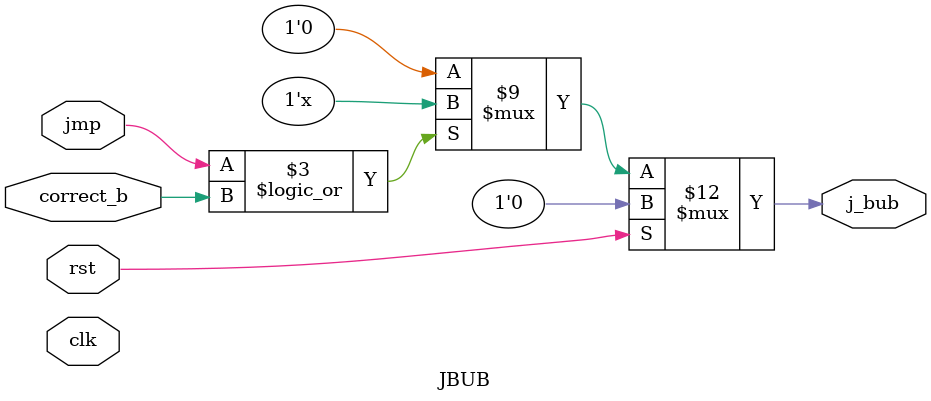
<source format=v>
module JBUB(clk,rst,jmp,correct_b,j_bub);
    input jmp,correct_b;
    input rst;
    input clk;
    output reg j_bub;
    reg [31:0] out1,out2;

    initial begin
        out1 = 0;
        out2 = 0;
    end

    always @(posedge clk)
    begin
        out2<=out1;
    end
    
    always @(*) begin
        if (rst) begin
            out1 <= 0;
            out2 <= 0;
            j_bub<=0;
        end
        else if(!(jmp||correct_b)) begin
            out1<=0;
            j_bub<=0;
        end
        else begin
            out1 <= (!out2);
            j_bub <= (!out2);
        end
    end
endmodule

</source>
